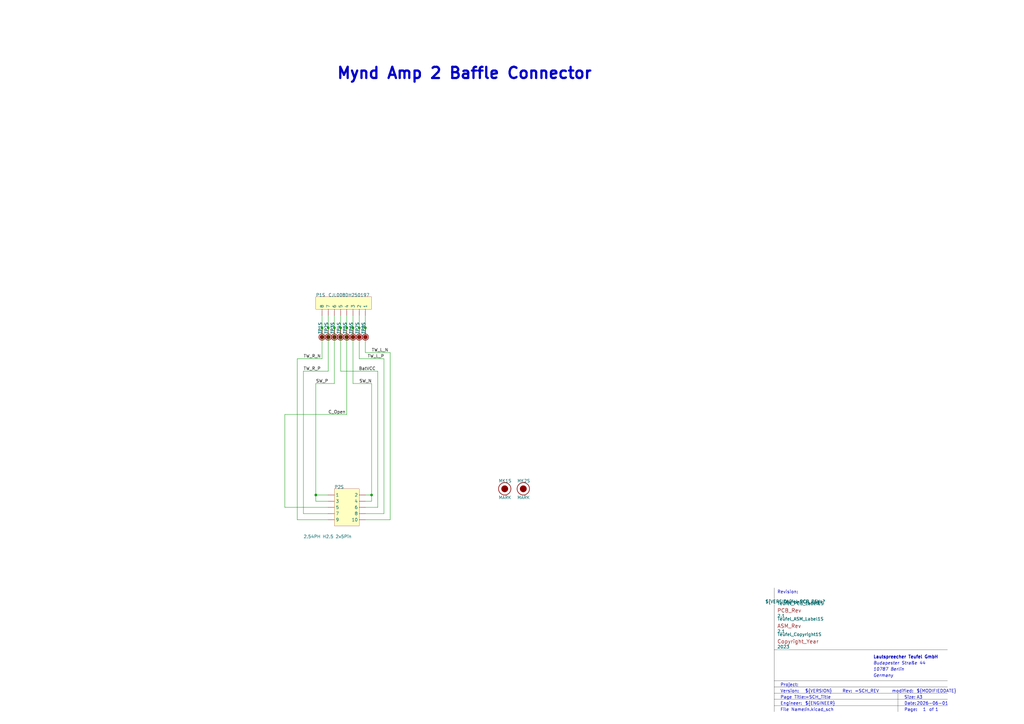
<source format=kicad_sch>
(kicad_sch (version 20231120) (generator "eeschema") (generator_version "8.0")
  (paper "A3")
  (title_block (title "=SCH_Title") (rev "=SCH_REV"))
  (lib_symbols
    (symbol "Mynd_Conn-altium-import:root_0_CON 2X5P"
      (symbol "root_0_CON 2X5P_1_0"
        (rectangle (start 10.16 0) (end 0 -15.24) (stroke (width 0.0254) (color 128 0 0 1)) (fill (type background)))
        (pin passive line (at -2.54 -2.54 0) (length 2.54) (name "1") (number "1"))
        (pin passive line (at 12.7 -12.7 180) (length 2.54) (name "10") (number "10"))
        (pin passive line (at 12.7 -2.54 180) (length 2.54) (name "2") (number "2"))
        (pin passive line (at -2.54 -5.08 0) (length 2.54) (name "3") (number "3"))
        (pin passive line (at 12.7 -5.08 180) (length 2.54) (name "4") (number "4"))
        (pin passive line (at -2.54 -7.62 0) (length 2.54) (name "5") (number "5"))
        (pin passive line (at 12.7 -7.62 180) (length 2.54) (name "6") (number "6"))
        (pin passive line (at -2.54 -10.16 0) (length 2.54) (name "7") (number "7"))
        (pin passive line (at 12.7 -10.16 180) (length 2.54) (name "8") (number "8"))
        (pin passive line (at -2.54 -12.7 0) (length 2.54) (name "9") (number "9"))
      )
    )
    (symbol "Mynd_Conn-altium-import:root_0_MARK"
      (symbol "root_0_MARK_1_0"
        (circle (center 0 0) (radius 1.27) (stroke (width 0.254)) (fill (type outline)))
        (circle (center 0 0) (radius 2.54) (stroke (width 0.254)))
        (pin passive line (at 1.27 0 180) (length 1.27) (name "MK_B") (number "MK_B"))
        (pin passive line (at -1.27 0 0) (length 1.27) (name "MK_T") (number "MK_T"))
      )
    )
    (symbol "Mynd_Conn-altium-import:root_0_Teufel NoLogo")
    (symbol "Mynd_Conn-altium-import:root_0_Teufel_ASM_Rev"
      (symbol "root_0_Teufel_ASM_Rev_1_0"
        (text "ASM_Rev" (at 0 0 0) (effects (font (size 1.524 1.524)) (justify left bottom)))
      )
    )
    (symbol "Mynd_Conn-altium-import:root_0_Teufel_Copyright"
      (symbol "root_0_Teufel_Copyright_1_0"
        (text "Copyright_Year" (at 0 0 0) (effects (font (size 1.524 1.524)) (justify left bottom)))
      )
    )
    (symbol "Mynd_Conn-altium-import:root_0_Teufel_PCB_Rev"
      (symbol "root_0_Teufel_PCB_Rev_1_0"
        (text "PCB_Rev" (at 0 0 0) (effects (font (size 1.524 1.524)) (justify left bottom)))
      )
    )
    (symbol "Mynd_Conn-altium-import:root_3_CON 8P"
      (symbol "root_3_CON 8P_1_0"
        (rectangle (start 0 0) (end -22.86 -5.08) (stroke (width 0.0254) (color 128 0 0 1)) (fill (type background)))
        (pin passive line (at -2.54 -7.62 90) (length 2.54) (name "1") (number "1"))
        (pin passive line (at -5.08 -7.62 90) (length 2.54) (name "2") (number "2"))
        (pin passive line (at -7.62 -7.62 90) (length 2.54) (name "3") (number "3"))
        (pin passive line (at -10.16 -7.62 90) (length 2.54) (name "4") (number "4"))
        (pin passive line (at -12.7 -7.62 90) (length 2.54) (name "5") (number "5"))
        (pin passive line (at -15.24 -7.62 90) (length 2.54) (name "6") (number "6"))
        (pin passive line (at -17.78 -7.62 90) (length 2.54) (name "7") (number "7"))
        (pin passive line (at -20.32 -7.62 90) (length 2.54) (name "8") (number "8"))
      )
    )
    (symbol "Mynd_Conn-altium-import:root_3_TP"
      (symbol "root_3_TP_1_0"
        (circle (center 0 -3.81) (radius 0.762) (stroke (width 0.254)) (fill (type outline)))
        (circle (center 0 -3.81) (radius 1.27) (stroke (width 0.254)))
        (pin passive line (at 0 0 270) (length 2.54) (name "1") (number "1"))
      )
    )
  )
  (junction (at 149.86 134.4422))
  (junction (at 152.4 203.0222))
  (junction (at 142.24 134.4422))
  (junction (at 132.08 134.4422))
  (junction (at 139.7 134.4422))
  (junction (at 144.78 134.4422))
  (junction (at 147.32 134.4422))
  (junction (at 134.62 134.4422))
  (junction (at 129.54 203.0222))
  (junction (at 137.16 134.4422))
  (wire (pts (xy 139.7 152.2222) (xy 154.94 152.2222)))
  (wire (pts (xy 134.62 129.3622) (xy 134.62 134.4422)))
  (wire (pts (xy 149.86 203.0222) (xy 152.4 203.0222)))
  (wire (pts (xy 129.54 157.3022) (xy 137.16 157.3022)))
  (wire (pts (xy 157.48 210.6422) (xy 149.86 210.6422)))
  (wire (pts (xy 137.16 134.4422) (xy 137.16 129.3622)))
  (wire (pts (xy 149.86 213.1822) (xy 160.02 213.1822)))
  (wire (pts (xy 139.7 134.4422) (xy 139.7 152.2222)))
  (wire (pts (xy 116.84 170.0022) (xy 116.84 208.1022)))
  (polyline (pts (xy 317.5 291.9222) (xy 317.5 266.5222)) (stroke (width 0.0254) (type solid) (color 0 0 0 1)))
  (polyline (pts (xy 317.5 266.5222) (xy 388.62 266.5222)) (stroke (width 0.0254) (type solid) (color 0 0 0 1)))
  (wire (pts (xy 160.02 144.6022) (xy 149.86 144.6022)))
  (wire (pts (xy 134.62 134.4422) (xy 134.62 152.2222)))
  (wire (pts (xy 129.54 205.5622) (xy 129.54 203.0222)))
  (wire (pts (xy 132.08 129.3622) (xy 132.08 134.4422)))
  (wire (pts (xy 142.24 129.3622) (xy 142.24 134.4422)))
  (polyline (pts (xy 317.5 279.2222) (xy 388.62 279.2222)) (stroke (width 0.0254) (type solid) (color 0 0 0 1)))
  (wire (pts (xy 152.4 157.3022) (xy 144.78 157.3022)))
  (wire (pts (xy 142.24 134.4422) (xy 142.24 170.0022)))
  (wire (pts (xy 124.46 152.2222) (xy 124.46 210.6422)))
  (wire (pts (xy 149.86 134.4422) (xy 149.86 129.3622)))
  (wire (pts (xy 160.02 213.1822) (xy 160.02 144.6022)))
  (wire (pts (xy 132.08 147.1422) (xy 121.92 147.1422)))
  (wire (pts (xy 142.24 170.0022) (xy 116.84 170.0022)))
  (wire (pts (xy 116.84 208.1022) (xy 134.62 208.1022)))
  (wire (pts (xy 139.7 129.3622) (xy 139.7 134.4422)))
  (wire (pts (xy 147.32 134.4422) (xy 147.32 147.1422)))
  (wire (pts (xy 121.92 147.1422) (xy 121.92 213.1822)))
  (polyline (pts (xy 317.5 266.5222) (xy 317.5 241.1222)) (stroke (width 0.0254) (type solid) (color 0 0 0 1)))
  (wire (pts (xy 154.94 152.2222) (xy 154.94 208.1022)))
  (wire (pts (xy 157.48 147.1422) (xy 157.48 210.6422)))
  (wire (pts (xy 149.86 144.6022) (xy 149.86 134.4422)))
  (wire (pts (xy 137.16 157.3022) (xy 137.16 134.4422)))
  (polyline (pts (xy 317.5 284.3022) (xy 388.62 284.3022)) (stroke (width 0.0254) (type solid) (color 0 0 0 1)))
  (wire (pts (xy 129.54 203.0222) (xy 129.54 157.3022)))
  (wire (pts (xy 121.92 213.1822) (xy 134.62 213.1822)))
  (wire (pts (xy 124.46 210.6422) (xy 134.62 210.6422)))
  (wire (pts (xy 134.62 203.0222) (xy 129.54 203.0222)))
  (polyline (pts (xy 317.5 281.7622) (xy 388.62 281.7622)) (stroke (width 0.0254) (type solid) (color 0 0 0 1)))
  (wire (pts (xy 144.78 157.3022) (xy 144.78 134.4422)))
  (polyline (pts (xy 368.3 291.9222) (xy 368.3 284.3022)) (stroke (width 0.0254) (type solid) (color 0 0 0 1)))
  (wire (pts (xy 132.08 134.4422) (xy 132.08 147.1422)))
  (wire (pts (xy 152.4 205.5622) (xy 152.4 203.0222)))
  (wire (pts (xy 134.62 152.2222) (xy 124.46 152.2222)))
  (wire (pts (xy 152.4 203.0222) (xy 152.4 157.3022)))
  (wire (pts (xy 144.78 134.4422) (xy 144.78 129.3622)))
  (wire (pts (xy 147.32 129.3622) (xy 147.32 134.4422)))
  (wire (pts (xy 147.32 147.1422) (xy 157.48 147.1422)))
  (wire (pts (xy 154.94 208.1022) (xy 149.86 208.1022)))
  (wire (pts (xy 149.86 205.5622) (xy 152.4 205.5622)))
  (polyline (pts (xy 317.5 286.8422) (xy 388.62 286.8422)) (stroke (width 0.0254) (type solid) (color 0 0 0 1)))
  (wire (pts (xy 134.62 205.5622) (xy 129.54 205.5622)))
  (polyline (pts (xy 317.5 289.3822) (xy 388.62 289.3822)) (stroke (width 0.0254) (type solid) (color 0 0 0 1)))
  (text "Mynd Amp 2 Baffle Connector" (at 190.5 32.8422 0) (effects (font (size 4.572 4.572) (thickness 0.9144) (bold yes)) (justify bottom)))
  (text "${FILENAME}" (at 330.2 291.9222 0) (effects (font (size 1.27 1.27)) (justify left bottom)))
  (text "Date:" (at 370.84 289.3822 0) (effects (font (size 1.27 1.27)) (justify left bottom)))
  (text "Version:" (at 320.04 284.3022 0) (effects (font (size 1.27 1.27)) (justify left bottom)))
  (text "Germany" (at 358.14 277.9522 0) (effects (font (size 1.27 1.27) (italic yes)) (justify left bottom)))
  (text "Size:" (at 370.84 286.8422 0) (effects (font (size 1.27 1.27)) (justify left bottom)))
  (text "Page Title:" (at 320.04 286.8422 0) (effects (font (size 1.27 1.27)) (justify left bottom)))
  (text "${PROJECTNAME}" (at 330.2 281.7622 0) (effects (font (size 1.27 1.27)) (justify left bottom)))
  (text "Lautspreecher Teufel GmbH" (at 358.14 270.3322 0) (effects (font (size 1.27 1.27) (thickness 0.254) (bold yes)) (justify left bottom)))
  (text "modified:" (at 365.76 284.3022 0) (effects (font (size 1.27 1.27)) (justify left bottom)))
  (text "Budapester Straße 44" (at 358.14 272.8722 0) (effects (font (size 1.27 1.27) (italic yes)) (justify left bottom)))
  (text "${REVISION}" (at 350.52 284.3022 0) (effects (font (size 1.27 1.27)) (justify left bottom)))
  (text "${MODIFIEDDATE}" (at 375.92 284.3022 0) (effects (font (size 1.27 1.27)) (justify left bottom)))
  (text "Revision:" (at 318.77 243.6622 0) (effects (font (size 1.27 1.27)) (justify left bottom)))
  (text "Project:" (at 320.04 281.7622 0) (effects (font (size 1.27 1.27)) (justify left bottom)))
  (text "${#}" (at 378.46 291.9222 0) (effects (font (size 1.27 1.27)) (justify left bottom)))
  (text "Rev:" (at 345.44 284.3022 0) (effects (font (size 1.27 1.27)) (justify left bottom)))
  (text "of" (at 381 291.9222 0) (effects (font (size 1.27 1.27)) (justify left bottom)))
  (text "${ENGINEER}" (at 330.2 289.3822 0) (effects (font (size 1.27 1.27)) (justify left bottom)))
  (text "File Name:" (at 320.04 291.9222 0) (effects (font (size 1.27 1.27)) (justify left bottom)))
  (text "${CURRENT_DATE}" (at 375.92 289.3822 0) (effects (font (size 1.27 1.27)) (justify left bottom)))
  (text "${VERSION}" (at 330.2 284.3022 0) (effects (font (size 1.27 1.27)) (justify left bottom)))
  (text "Page:" (at 370.84 291.9222 0) (effects (font (size 1.27 1.27)) (justify left bottom)))
  (text "${##}" (at 383.54 291.9222 0) (effects (font (size 1.27 1.27)) (justify left bottom)))
  (text "Engineer:" (at 320.04 289.3822 0) (effects (font (size 1.27 1.27)) (justify left bottom)))
  (text "${TITLE}" (at 330.2 286.8422 0) (effects (font (size 1.27 1.27)) (justify left bottom)))
  (text "10787 Berlin" (at 358.14 275.4122 0) (effects (font (size 1.27 1.27) (italic yes)) (justify left bottom)))
  (text "A3" (at 375.92 286.8422 0) (effects (font (size 1.27 1.27)) (justify left bottom)))
  (label "C_Open" (at 134.62 170.0022 0))
  (label "TW_L_P" (at 150.716 147.1422 0))
  (label "TW_R_N" (at 124.46 147.1422 0))
  (label "BatVCC" (at 147.118 152.2222 0))
  (label "SW_N" (at 147.32 157.3022 0))
  (label "TW_R_P" (at 124.46 152.2222 0))
  (label "SW_P" (at 129.54 157.3022 0))
  (label "TW_L_N" (at 152.4 144.6022 0))
  (symbol (lib_id "Mynd_Conn-altium-import:root_0_Teufel_Copyright") (at 318.77 263.9822 0) (unit 1)
    (property "Reference" "Teufel_Copyright1S" (at 318.77 260.9342 0) (effects (justify left bottom)))
    (property "Value" "${ALTIUM_VALUE}" (at 318.77 266.0142 0) (effects (justify left bottom)))
    (property "Footprint" "Teufel_Copyright" (effects (hide yes)))
    (property "Description" "Teufel Copyright PCB Label" (effects (hide yes)))
    (property "ALTIUM_VALUE" "2023" (effects (hide yes)))
  )
  (symbol (lib_id "Mynd_Conn-altium-import:root_3_TP") (at 142.24 134.4422 0) (unit 1)
    (property "Reference" "TP5S" (at 142.24 136.9822 90) (effects (justify left bottom)))
    (property "Value" "TP12" (effects (hide yes)))
    (property "Footprint" "TP120" (effects (hide yes)))
    (property "Description" "Test Point" (effects (hide yes)))
    (property "DESIGN ITEM ID" "TP" (effects (hide yes)))
  )
  (symbol (lib_id "Mynd_Conn-altium-import:root_3_CON 8P") (at 152.4 121.7422 0) (unit 1)
    (property "Reference" "P1S" (at 129.54 121.7422 0) (effects (justify left bottom)))
    (property "Value" "${ALTIUM_VALUE}" (at 134.62 121.7422 0) (effects (justify left bottom)))
    (property "Footprint" "CJL008DH250197" (effects (hide yes)))
    (property "Description" "SMD BTB CONNECTOR 8P P2.5mm GOLD" (effects (hide yes)))
    (property "MANUFACTURER" "CHUANGJIEL" (effects (hide yes)))
    (property "SYSTEM" "Connector" (effects (hide yes)))
    (property "PART_NUMBER" "CJL008DH250197" (effects (hide yes)))
    (property "PART_TYPE" "Connector BTB SMT" (effects (hide yes)))
    (property "ALTIUM_VALUE" "${PART_NUMBER}" (effects (hide yes)))
  )
  (symbol (lib_id "Mynd_Conn-altium-import:root_0_CON 2X5P") (at 137.16 200.4822 0) (unit 1)
    (property "Reference" "P2S" (at 137.16 200.4822 0) (effects (justify left bottom)))
    (property "Value" "${ALTIUM_VALUE}" (at 124.46 220.8022 0) (effects (justify left bottom)))
    (property "Footprint" "Pin_Header_SMD_Side_2X5_254" (effects (hide yes)))
    (property "Description" "SMD BTB CONNECTOR 10P P2.54mm GOLD" (effects (hide yes)))
    (property "MANUFACTURER" "MINGHENG" (effects (hide yes)))
    (property "SYSTEM" "Connector" (effects (hide yes)))
    (property "PART_NUMBER" "2.54PH H2.5 2x5Pin" (effects (hide yes)))
    (property "PART_TYPE" "Connector BTB SMT" (effects (hide yes)))
    (property "ALTIUM_VALUE" "${PART_NUMBER}" (effects (hide yes)))
  )
  (symbol (lib_id "Mynd_Conn-altium-import:root_0_MARK") (at 207.01 200.4822 0) (unit 1)
    (property "Reference" "MK1S" (at 204.47 197.9422 0) (effects (justify left bottom)))
    (property "Value" "MARK" (at 204.47 204.8002 0) (effects (justify left bottom)))
    (property "Footprint" "MARK" (effects (hide yes)))
    (property "Description" "MARK DOT" (effects (hide yes)))
    (property "DESIGN ITEM ID" "MARK" (effects (hide yes)))
  )
  (symbol (lib_id "Mynd_Conn-altium-import:root_3_TP") (at 132.08 134.4422 0) (unit 1)
    (property "Reference" "TP1S" (at 132.08 136.9822 90) (effects (justify left bottom)))
    (property "Value" "TP12" (effects (hide yes)))
    (property "Footprint" "TP120" (effects (hide yes)))
    (property "Description" "Test Point" (effects (hide yes)))
    (property "DESIGN ITEM ID" "TP" (effects (hide yes)))
  )
  (symbol (lib_id "Mynd_Conn-altium-import:root_3_TP") (at 134.62 134.4422 0) (unit 1)
    (property "Reference" "TP2S" (at 134.62 136.9822 90) (effects (justify left bottom)))
    (property "Value" "TP12" (effects (hide yes)))
    (property "Footprint" "TP120" (effects (hide yes)))
    (property "Description" "Test Point" (effects (hide yes)))
    (property "DESIGN ITEM ID" "TP" (effects (hide yes)))
  )
  (symbol (lib_id "Mynd_Conn-altium-import:root_3_TP") (at 147.32 134.4422 0) (unit 1)
    (property "Reference" "TP7S" (at 147.32 136.9822 90) (effects (justify left bottom)))
    (property "Value" "TP12" (effects (hide yes)))
    (property "Footprint" "TP120" (effects (hide yes)))
    (property "Description" "Test Point" (effects (hide yes)))
    (property "DESIGN ITEM ID" "TP" (effects (hide yes)))
  )
  (symbol (lib_id "Mynd_Conn-altium-import:root_0_MARK") (at 214.63 200.4822 0) (unit 1)
    (property "Reference" "MK2S" (at 212.09 197.9422 0) (effects (justify left bottom)))
    (property "Value" "MARK" (at 212.09 204.8002 0) (effects (justify left bottom)))
    (property "Footprint" "MARK" (effects (hide yes)))
    (property "Description" "MARK DOT" (effects (hide yes)))
    (property "DESIGN ITEM ID" "MARK" (effects (hide yes)))
  )
  (symbol (lib_id "Mynd_Conn-altium-import:root_0_Teufel_ASM_Rev") (at 318.77 257.6322 0) (unit 1)
    (property "Reference" "Teufel_ASM_Label1S" (at 318.77 254.5842 0) (effects (justify left bottom)))
    (property "Value" "${ALTIUM_VALUE}" (at 318.77 259.6642 0) (effects (justify left bottom)))
    (property "Footprint" "Teufel_ASM_Rev" (effects (hide yes)))
    (property "Description" "Teufel Assembly Rev. PCB Label" (effects (hide yes)))
    (property "ALTIUM_VALUE" "2.1" (effects (hide yes)))
  )
  (symbol (lib_id "Mynd_Conn-altium-import:root_3_TP") (at 139.7 134.4422 0) (unit 1)
    (property "Reference" "TP4S" (at 139.7 136.9822 90) (effects (justify left bottom)))
    (property "Value" "TP12" (effects (hide yes)))
    (property "Footprint" "TP120" (effects (hide yes)))
    (property "Description" "Test Point" (effects (hide yes)))
    (property "DESIGN ITEM ID" "TP" (effects (hide yes)))
  )
  (symbol (lib_id "Mynd_Conn-altium-import:root_3_TP") (at 144.78 134.4422 0) (unit 1)
    (property "Reference" "TP6S" (at 144.78 136.9822 90) (effects (justify left bottom)))
    (property "Value" "TP12" (effects (hide yes)))
    (property "Footprint" "TP120" (effects (hide yes)))
    (property "Description" "Test Point" (effects (hide yes)))
    (property "DESIGN ITEM ID" "TP" (effects (hide yes)))
  )
  (symbol (lib_id "Mynd_Conn-altium-import:root_0_Teufel_PCB_Rev") (at 318.77 251.2822 0) (unit 1)
    (property "Reference" "Teufel_PCB_Label1S" (at 318.77 248.2342 0) (effects (justify left bottom)))
    (property "Value" "${ALTIUM_VALUE}" (at 318.77 253.3142 0) (effects (justify left bottom)))
    (property "Footprint" "Teufel_PCB_Rev" (effects (hide yes)))
    (property "Description" "Teufel PCB Rev. PCB Label" (effects (hide yes)))
    (property "ALTIUM_VALUE" "2.1" (effects (hide yes)))
  )
  (symbol (lib_id "Mynd_Conn-altium-import:root_3_TP") (at 149.86 134.4422 0) (unit 1)
    (property "Reference" "TP8S" (at 149.86 136.9822 90) (effects (justify left bottom)))
    (property "Value" "TP12" (effects (hide yes)))
    (property "Footprint" "TP120" (effects (hide yes)))
    (property "Description" "Test Point" (effects (hide yes)))
    (property "DESIGN ITEM ID" "TP" (effects (hide yes)))
  )
  (symbol (lib_id "Mynd_Conn-altium-import:root_0_Teufel NoLogo") (at 322.58 248.7422 0) (unit 1)
    (property "Reference" "Teufel_PCB_Logo?" (at 321.31 247.4722 0) (effects (justify left bottom)))
    (property "Value" "${VERSION}-${REVISION}" (at 318.77 247.4722 0) (effects (justify left bottom)))
    (property "Footprint" "Teufel_NoLogo" (effects (hide yes)))
    (property "Description" "Teufel PCB NoLogo" (effects (hide yes)))
  )
  (symbol (lib_id "Mynd_Conn-altium-import:root_3_TP") (at 137.16 134.4422 0) (unit 1)
    (property "Reference" "TP3S" (at 137.16 136.9822 90) (effects (justify left bottom)))
    (property "Value" "TP12" (effects (hide yes)))
    (property "Footprint" "TP120" (effects (hide yes)))
    (property "Description" "Test Point" (effects (hide yes)))
    (property "DESIGN ITEM ID" "TP" (effects (hide yes)))
  )
)
</source>
